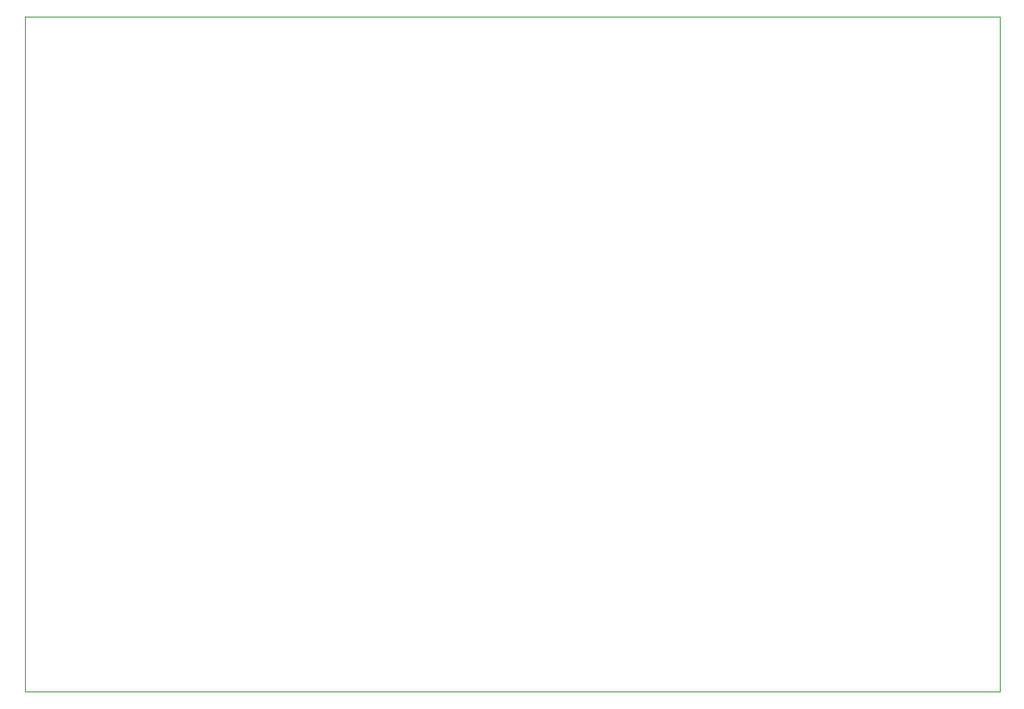
<source format=gbr>
%TF.GenerationSoftware,KiCad,Pcbnew,(5.1.6)-1*%
%TF.CreationDate,2020-11-08T18:33:20-05:00*%
%TF.ProjectId,ColorSensingLEDStrip,436f6c6f-7253-4656-9e73-696e674c4544,rev?*%
%TF.SameCoordinates,Original*%
%TF.FileFunction,Profile,NP*%
%FSLAX46Y46*%
G04 Gerber Fmt 4.6, Leading zero omitted, Abs format (unit mm)*
G04 Created by KiCad (PCBNEW (5.1.6)-1) date 2020-11-08 18:33:20*
%MOMM*%
%LPD*%
G01*
G04 APERTURE LIST*
%TA.AperFunction,Profile*%
%ADD10C,0.050000*%
%TD*%
G04 APERTURE END LIST*
D10*
X213360000Y-57150000D02*
X114300000Y-57150000D01*
X213360000Y-125730000D02*
X213360000Y-57150000D01*
X114300000Y-125730000D02*
X213360000Y-125730000D01*
X114300000Y-57150000D02*
X114300000Y-125730000D01*
M02*

</source>
